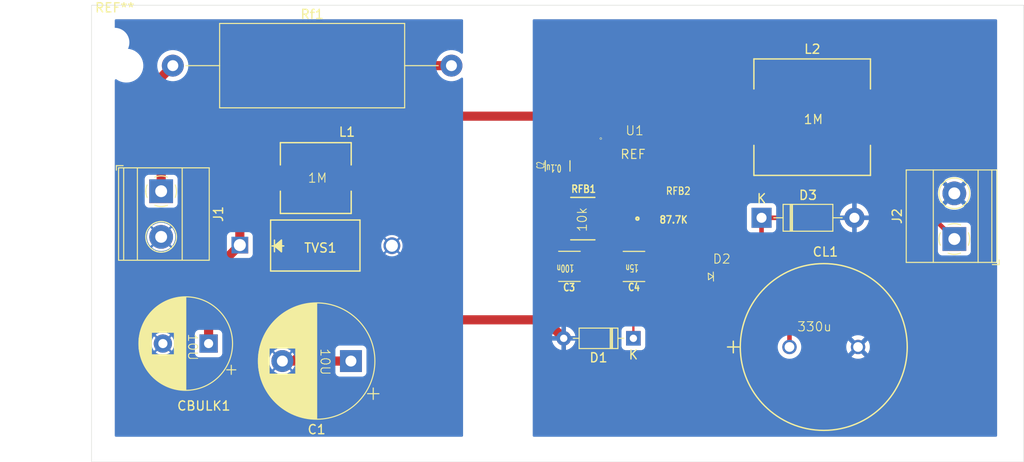
<source format=kicad_pcb>
(kicad_pcb (version 20221018) (generator pcbnew)
  (layers (0 "F.Cu" signal) (31 "B.Cu" signal) (34 "B.Paste" user) (35 "F.Paste" user) (36 "B.SilkS" user "B.Silkscreen") (37 "F.SilkS" user "F.Silkscreen") (38 "B.Mask" user) (39 "F.Mask" user) (44 "Edge.Cuts" user))
  (net 0 "")
  (net 1 "Net-(U1-DRAIN)")
  (net 2 "Net-(U1-VDD)")
  (net 3 "Net-(D1-K)")
  (net 4 "/Feedback pin")
  (net 5 "Net-(D2-K)")
  (net 6 "Net-(TVS1-K)")
  (net 7 "/10V_OUT_P")
  (net 8 "/HV_IN_P")
  (net 10 "/GND")
  (footprint "C2:CAPC3225X88N" (layer "F.Cu") (at 122.1065 51.62 90)
    (fp_text reference "C2" (at 0.07 -1.86 90) (layer "F.SilkS") (effects (font (size 0.8 0.393701) (thickness 0.08))))
    (fp_text value "0.1u")
    (fp_text user "${VALUE}" (at 0.22 0.47 180 unlocked) (layer "F.SilkS") (effects (font (size 0.8 0.5) (thickness 0.1)) (justify left bottom)))
    (pad "1" smd rect (at -1.475 0 90) (size 1.16 2.72) (layers "F.Cu" "F.Paste" "F.Mask") (net 2 "Net-(U1-VDD)"))
    (pad "2" smd rect (at 1.475 0 90) (size 1.16 2.72) (layers "F.Cu" "F.Paste" "F.Mask") (net 3 "Net-(D1-K)"))
  )
  (footprint "Diode_THT:D_DO-35_SOD27_P7.62mm_Horizontal" (layer "F.Cu") (at 130.39 70.5 180)
    (fp_text reference "D1" (at 3.81 -2.12 180) (layer "F.SilkS"))
    (fp_text value "1N4148")
    (fp_text user "K" (at 0 -1.8 180) (layer "F.SilkS"))
    (pad "1" thru_hole rect (at 0 0 180) (size 1.6 1.6) (drill 0.8) (layers "*.Cu" "*.Mask") (net 3 "Net-(D1-K)"))
    (pad "2" thru_hole oval (at 7.62 0 180) (size 1.6 1.6) (drill 0.8) (layers "*.Cu" "*.Mask") (net 10 "/GND"))
  )
  (footprint "TerminalBlock_Phoenix:TerminalBlock_Phoenix_MKDS-1,5-2_1x02_P5.00mm_Horizontal" (layer "F.Cu") (at 78.735 54.39 -90)
    (fp_text reference "J1" (at 2.5 -6.26 -90) (layer "F.SilkS"))
    (fp_text value "Screw_Terminal_01x02")
    (pad "1" thru_hole rect (at 0 0 270) (size 2.6 2.6) (drill 1.3) (layers "*.Cu" "*.Mask") (net 8 "/HV_IN_P"))
    (pad "2" thru_hole circle (at 5 0 270) (size 2.6 2.6) (drill 1.3) (layers "*.Cu" "*.Mask") (net 10 "/GND"))
  )
  (footprint "UCC2881:TI_SOIC-8_D_UCC28881_1.27mm" (layer "F.Cu") (at 130.354 50.931499)
    (fp_text reference "U1" (at 0.175 -3.175 unlocked) (layer "F.SilkS") (effects (font (thickness 0.1))))
    (fp_text value "UCC28881")
    (fp_text user "REF" (at 0 0 unlocked) (layer "F.SilkS") (effects (font (thickness 0.12)) (justify bottom)))
    (pad "1" smd roundrect (at -2.64 -1.87) (size 1.55 0.6) (layers "F.Cu" "F.Paste" "F.Mask") (net 3 "Net-(D1-K)"))
    (pad "2" smd roundrect (at -2.64 -0.6) (size 1.55 0.6) (layers "F.Cu" "F.Paste" "F.Mask") (net 3 "Net-(D1-K)"))
    (pad "3" smd roundrect (at -2.64 0.67) (size 1.55 0.6) (layers "F.Cu" "F.Paste" "F.Mask") (net 4 "/Feedback pin"))
    (pad "4" smd roundrect (at -2.64 1.94) (size 1.55 0.6) (layers "F.Cu" "F.Paste" "F.Mask") (net 2 "Net-(U1-VDD)"))
    (pad "5" smd roundrect (at 2.76 1.94) (size 1.55 0.6) (layers "F.Cu" "F.Paste" "F.Mask") (net 1 "Net-(U1-DRAIN)"))
    (pad "6" smd roundrect (at 2.76 0.67) (size 1.55 0.6) (layers "F.Cu" "F.Paste" "F.Mask"))
    (pad "7" smd roundrect (at 2.76 -0.6) (size 1.55 0.6) (layers "F.Cu" "F.Paste" "F.Mask"))
    (pad "8" smd roundrect (at 2.76 -1.87) (size 1.55 0.6) (layers "F.Cu" "F.Paste" "F.Mask") (net 1 "Net-(U1-DRAIN)"))
  )
  (footprint "C4:CAP_ECHU1H104GX9" (layer "F.Cu") (at 130.4565 62.63 180)
    (fp_text reference "C4" (at 0 -2.285 180) (layer "F.SilkS") (effects (font (size 0.8 0.64))))
    (fp_text value "15n")
    (fp_text user "${VALUE}" (at -0.55 0.29 180 unlocked) (layer "F.SilkS") (effects (font (size 0.8 0.5) (thickness 0.1)) (justify left bottom)))
    (pad "1" smd rect (at -2.15 0 180) (size 1.3 3) (layers "F.Cu" "F.Paste" "F.Mask") (net 5 "Net-(D2-K)"))
    (pad "2" smd rect (at 2.15 0 180) (size 1.3 3) (layers "F.Cu" "F.Paste" "F.Mask") (net 3 "Net-(D1-K)"))
  )
  (footprint "Diode_THT:D_DO-41_SOD81_P10.16mm_Horizontal" (layer "F.Cu") (at 144.41 57.3)
    (fp_text reference "D3" (at 5.08 -2.47) (layer "F.SilkS"))
    (fp_text value "1N5819")
    (fp_text user "K" (at 0 -2.1) (layer "F.SilkS"))
    (pad "1" thru_hole rect (at 0 0) (size 2.2 2.2) (drill 1.1) (layers "*.Cu" "*.Mask") (net 7 "/10V_OUT_P"))
    (pad "2" thru_hole oval (at 10.16 0) (size 2.2 2.2) (drill 1.1) (layers "*.Cu" "*.Mask") (net 10 "/GND"))
  )
  (footprint "Capacitor_THT:CP_Radial_D10.0mm_P5.00mm" (layer "F.Cu") (at 83.925 71.075 180)
    (fp_text reference "CBULK1" (at 0.525 -6.825 180) (layer "F.SilkS"))
    (fp_text value "10U")
    (fp_text user "${VALUE}" (at 2.32 1.16 270 unlocked) (layer "F.SilkS") (effects (font (thickness 0.1)) (justify left bottom)))
    (pad "1" thru_hole rect (at 0 0 180) (size 2 2) (drill 1) (layers "*.Cu" "*.Mask") (net 6 "Net-(TVS1-K)"))
    (pad "2" thru_hole circle (at 5 0 180) (size 2 2) (drill 1) (layers "*.Cu" "*.Mask") (net 10 "/GND"))
  )
  (footprint "10k resistor:10k  RES_3540_TEC-M" (layer "F.Cu") (at 124.86 57.39)
    (fp_text reference "RFB1" (at 0.085 -3.235 unlocked) (layer "F.SilkS") (effects (font (size 0.8 0.7))))
    (fp_text value "10k")
    (fp_text user "${VALUE}" (at 0.515 1.53 90 unlocked) (layer "F.SilkS") (effects (font (thickness 0.1)) (justify left bottom)))
    (pad "1" smd rect (at -2.794 0) (size 2.3114 4.445) (layers "F.Cu" "F.Paste" "F.Mask") (net 3 "Net-(D1-K)"))
    (pad "2" smd rect (at 2.794 0) (size 2.3114 4.445) (layers "F.Cu" "F.Paste" "F.Mask") (net 4 "/Feedback pin"))
  )
  (footprint "TVS1:1.5KESeries_LTF" (layer "F.Cu") (at 86.5661 60.34)
    (fp_text reference "TVS1" (at 9.59 0.26 unlocked) (layer "F.SilkS"))
    (fp_text value "D_Zener")
    (pad "1" thru_hole rect (at 0.775 -0.05) (size 1.8288 1.8288) (drill 1.3208) (layers "*.Cu" "*.Mask") (net 6 "Net-(TVS1-K)"))
    (pad "2" thru_hole circle (at 17.41 0.02) (size 1.8288 1.8288) (drill 1.3208) (layers "*.Cu" "*.Mask") (net 10 "/GND"))
  )
  (footprint "L1 1MH:IND_EPCOS_B82472G6_EPC" (layer "F.Cu") (at 95.65 52.95)
    (fp_text reference "L1" (at 3.41 -5.04 unlocked) (layer "F.SilkS"))
    (fp_text value "1M")
    (fp_text user "${VALUE}" (at -0.93 0.58 unlocked) (layer "F.SilkS") (effects (font (thickness 0.1)) (justify left bottom)))
    (pad "1" smd rect (at -3.2004 0) (size 1.4986 2.2098) (layers "F.Cu" "F.Paste" "F.Mask") (net 6 "Net-(TVS1-K)"))
    (pad "2" smd rect (at 3.2004 0) (size 1.4986 2.2098) (layers "F.Cu" "F.Paste" "F.Mask") (net 1 "Net-(U1-DRAIN)"))
  )
  (footprint "CL1:CAP_UAQ_18X20_NCH" (layer "F.Cu") (at 147.46675 71.45)
    (fp_text reference "CL1" (at 3.93 -10.415 unlocked) (layer "F.SilkS"))
    (fp_text value "330u")
    (fp_text user "${VALUE}" (at 0.785 -1.64 unlocked) (layer "F.SilkS") (effects (font (thickness 0.1)) (justify left bottom)))
    (pad "1" thru_hole circle (at 0 0) (size 1.5748 1.5748) (drill 1.0668) (layers "*.Cu" "*.Mask") (net 7 "/10V_OUT_P"))
    (pad "2" thru_hole circle (at 7.5 0) (size 1.5748 1.5748) (drill 1.0668) (layers "*.Cu" "*.Mask") (net 10 "/GND"))
  )
  (footprint "D2:D2" (layer "F.Cu") (at 138.43 63.5)
    (fp_text reference "D2" (at 1.625 -1.69 unlocked) (layer "F.SilkS") (effects (font (thickness 0.1))))
    (fp_text value "SS1P3L")
    (pad "1" smd roundrect (at -1.275 0.125) (size 1.25 1.75) (layers "F.Cu" "F.Paste" "F.Mask") (roundrect_rratio 0.2) (net 5 "Net-(D2-K)"))
    (pad "2" smd roundrect (at 1.525 0.125) (size 1.25 1.75) (layers "F.Cu" "F.Paste" "F.Mask") (roundrect_rratio 0.2) (net 7 "/10V_OUT_P"))
  )
  (footprint "MountingHole:MountingHole_3.2mm_M3_DIN965" (layer "F.Cu") (at 73.66 38.1)
    (fp_text reference "REF**" (at 0 -3.8) (layer "F.SilkS"))
    (fp_text value "MountingHole_3.2mm_M3_DIN965")
    (pad "" np_thru_hole circle (at 0 0) (size 3.2 3.2) (drill 3.2) (layers "*.Cu" "*.Mask"))
  )
  (footprint "88.7k resistor:ERJS1T_U1T__2512_" (layer "F.Cu") (at 135.5065 57.39)
    (fp_text reference "RFB2" (at -0.205 -3.02) (layer "F.SilkS") (effects (font (size 0.8 0.7) (thickness 0.125))))
    (fp_text value "87.7K" hide)
    (fp_text user "${VALUE}" (at -2.33 0.595 unlocked) (layer "F.SilkS") (effects (font (size 0.8 0.7)) (justify left bottom)))
    (pad "1" smd rect (at -3.325 0) (size 1.45 2.9) (layers "F.Cu" "F.Paste" "F.Mask") (net 4 "/Feedback pin"))
    (pad "2" smd rect (at 3.325 0) (size 1.45 2.9) (layers "F.Cu" "F.Paste" "F.Mask") (net 5 "Net-(D2-K)"))
  )
  (footprint "Resistor_THT:R_Axial_DIN0922_L20.0mm_D9.0mm_P30.48mm_Horizontal" (layer "F.Cu") (at 80.01 40.64)
    (fp_text reference "Rf1" (at 15.24 -5.62) (layer "F.SilkS"))
    (fp_text value "10")
    (pad "1" thru_hole circle (at 0 0) (size 2.4 2.4) (drill 1.2) (layers "*.Cu" "*.Mask") (net 8 "/HV_IN_P"))
    (pad "2" thru_hole oval (at 30.48 0) (size 2.4 2.4) (drill 1.2) (layers "*.Cu" "*.Mask") (net 6 "Net-(TVS1-K)"))
  )
  (footprint "L2 1MH:DR127" (layer "F.Cu") (at 149.95 46.28)
    (fp_text reference "L2" (at 0.015 -7.45 unlocked) (layer "F.SilkS"))
    (fp_text value "1M")
    (fp_text user "${VALUE}" (at -1 0.83 unlocked) (layer "F.SilkS") (effects (font (thickness 0.125)) (justify left bottom)))
    (pad "1" smd rect (at -4.9784 0) (size 3.8608 5.5118) (layers "F.Cu" "F.Paste" "F.Mask") (net 3 "Net-(D1-K)"))
    (pad "2" smd rect (at 4.9784 0) (size 3.8608 5.5118) (layers "F.Cu" "F.Paste" "F.Mask") (net 7 "/10V_OUT_P"))
  )
  (footprint "TerminalBlock_Phoenix:TerminalBlock_Phoenix_MKDS-1,5-2_1x02_P5.00mm_Horizontal" (layer "F.Cu") (at 165.5 59.625 90)
    (fp_text reference "J2" (at 2.5 -6.26 90) (layer "F.SilkS"))
    (fp_text value "Screw_Terminal_01x02")
    (pad "1" thru_hole rect (at 0 0 90) (size 2.6 2.6) (drill 1.3) (layers "*.Cu" "*.Mask") (net 7 "/10V_OUT_P"))
    (pad "2" thru_hole circle (at 5 0 90) (size 2.6 2.6) (drill 1.3) (layers "*.Cu" "*.Mask") (net 10 "/GND"))
  )
  (footprint "Capacitor_THT:CP_Radial_D12.5mm_P7.50mm" (layer "F.Cu") (at 99.493959 72.99 180)
    (fp_text reference "C1" (at 3.75 -7.5 180) (layer "F.SilkS"))
    (fp_text value "10U")
    (fp_text user "${VALUE}" (at 3.4 1.46 270 unlocked) (layer "F.SilkS") (effects (font (thickness 0.1)) (justify left bottom)))
    (pad "1" thru_hole rect (at 0 0 180) (size 2.4 2.4) (drill 1.2) (layers "*.Cu" "*.Mask") (net 1 "Net-(U1-DRAIN)"))
    (pad "2" thru_hole circle (at 7.5 0 180) (size 2.4 2.4) (drill 1.2) (layers "*.Cu" "*.Mask") (net 10 "/GND"))
  )
  (footprint "C3:CAP_ECHU1H104GX9" (layer "F.Cu") (at 123.3965 62.62 180)
    (fp_text reference "C3" (at 0.035 -2.31 180) (layer "F.SilkS") (effects (font (size 0.8 0.64))))
    (fp_text value "100n")
    (fp_text user "${VALUE}" (at -0.55 0.255 180 unlocked) (layer "F.SilkS") (effects (font (size 0.8 0.5) (thickness 0.1)) (justify left bottom)))
    (pad "1" smd rect (at -2.15 0 180) (size 1.3 3) (layers "F.Cu" "F.Paste" "F.Mask") (net 4 "/Feedback pin"))
    (pad "2" smd rect (at 2.15 0 180) (size 1.3 3) (layers "F.Cu" "F.Paste" "F.Mask") (net 3 "Net-(D1-K)"))
  )
  (gr_rect (start 71.12 34.02) (end 173.1 84.02) (stroke (width 0.05)) (fill none) (layer "Edge.Cuts"))
  (segment (start 134.675 49.8475) (end 134.675 52.085498) (width 1) (layer "F.Cu") (net 1))
  (segment (start 88.425 67.45) (end 98.9604 56.9146) (width 1) (layer "F.Cu") (net 1))
  (segment (start 133.114 49.061499) (end 130.227501 46.175) (width 1) (layer "F.Cu") (net 1))
  (segment (start 98.9604 56.9146) (end 98.9604 52.33) (width 1) (layer "F.Cu") (net 1))
  (segment (start 98.9604 52.33) (end 105.1154 46.175) (width 1) (layer "F.Cu") (net 1))
  (segment (start 133.114 49.061499) (end 133.888999 49.061499) (width 1) (layer "F.Cu") (net 1))
  (segment (start 130.227501 46.175) (end 105.1154 46.175) (width 1) (layer "F.Cu") (net 1))
  (segment (start 133.888999 49.061499) (end 134.675 49.8475) (width 1) (layer "F.Cu") (net 1))
  (segment (start 99.493959 72.99) (end 97.285 72.99) (width 1) (layer "F.Cu") (net 1))
  (segment (start 92 78.275) (end 90.425 78.275) (width 1) (layer "F.Cu") (net 1))
  (segment (start 97.285 72.99) (end 92 78.275) (width 1) (layer "F.Cu") (net 1))
  (segment (start 134.675 52.085498) (end 133.888999 52.871499) (width 1) (layer "F.Cu") (net 1))
  (segment (start 88.425 76.275) (end 88.425 67.45) (width 1) (layer "F.Cu") (net 1))
  (segment (start 90.425 78.275) (end 88.425 76.275) (width 1) (layer "F.Cu") (net 1))
  (segment (start 133.888999 52.871499) (end 133.114 52.871499) (width 1) (layer "F.Cu") (net 1))
  (segment (start 122.330001 52.871499) (end 122.1065 53.095) (width 0.25) (layer "F.Cu") (net 2))
  (segment (start 127.714 52.871499) (end 122.330001 52.871499) (width 0.5) (layer "F.Cu") (net 2))
  (segment (start 127.417 53.168499) (end 127.714 52.871499) (width 0.25) (layer "F.Cu") (net 2))
  (segment (start 137.3 54.225) (end 144.9716 46.28) (width 0.5) (layer "F.Cu") (net 3))
  (segment (start 130.39 70.5) (end 130.39 64.7135) (width 0.25) (layer "F.Cu") (net 3))
  (segment (start 127.714 49.361498) (end 132 54.325) (width 0.5) (layer "F.Cu") (net 3))
  (segment (start 121.2465 58.2095) (end 122.066 57.39) (width 0.25) (layer "F.Cu") (net 3))
  (segment (start 127.714 49.061499) (end 127.714 49.361498) (width 0.25) (layer "F.Cu") (net 3))
  (segment (start 120.4215 51.83) (end 122.1065 50.145) (width 0.25) (layer "F.Cu") (net 3))
  (segment (start 130.39 64.7135) (end 128.3065 62.63) (width 0.25) (layer "F.Cu") (net 3))
  (segment (start 123.930501 50.145) (end 124.004 50.218499) (width 0.25) (layer "F.Cu") (net 3))
  (segment (start 122.1065 50.145) (end 123.930501 50.145) (width 0.5) (layer "F.Cu") (net 3))
  (segment (start 121.2465 62.62) (end 123.0715 64.445) (width 0.25) (layer "F.Cu") (net 3))
  (segment (start 132 54.325) (end 137.3 54.225) (width 0.5) (layer "F.Cu") (net 3))
  (segment (start 127.714 50.331499) (end 127.714 49.061499) (width 0.25) (layer "F.Cu") (net 3))
  (segment (start 125.161 49.061499) (end 124.004 50.218499) (width 0.5) (layer "F.Cu") (net 3))
  (segment (start 123.0715 64.445) (end 126.4915 64.445) (width 0.25) (layer "F.Cu") (net 3))
  (segment (start 122.066 57.39) (end 120.4215 55.7455) (width 0.25) (layer "F.Cu") (net 3))
  (segment (start 121.2465 62.62) (end 121.2465 58.2095) (width 0.25) (layer "F.Cu") (net 3))
  (segment (start 126.4915 64.445) (end 128.3065 62.63) (width 0.25) (layer "F.Cu") (net 3))
  (segment (start 127.714 49.061499) (end 125.161 49.061499) (width 0.5) (layer "F.Cu") (net 3))
  (segment (start 120.4215 55.7455) (end 120.4215 51.83) (width 0.25) (layer "F.Cu") (net 3))
  (segment (start 127.654 60.5125) (end 127.654 57.39) (width 0.25) (layer "F.Cu") (net 4))
  (segment (start 125.5465 62.62) (end 127.654 60.5125) (width 0.25) (layer "F.Cu") (net 4))
  (segment (start 127.654 57.39) (end 128.814 56.23) (width 0.25) (layer "F.Cu") (net 4))
  (segment (start 128.488999 51.601499) (end 127.714 51.601499) (width 0.25) (layer "F.Cu") (net 4))
  (segment (start 128.814 56.23) (end 128.814 51.9265) (width 0.25) (layer "F.Cu") (net 4))
  (segment (start 128.814 51.9265) (end 128.488999 51.601499) (width 0.25) (layer "F.Cu") (net 4))
  (segment (start 127.654 57.39) (end 132.1815 57.39) (width 0.25) (layer "F.Cu") (net 4))
  (segment (start 132.98 62.63) (end 133.025 62.675) (width 0.25) (layer "F.Cu") (net 5))
  (segment (start 132.6465 62.67) (end 132.6065 62.63) (width 0.25) (layer "F.Cu") (net 5))
  (segment (start 138.8315 57.39) (end 136.3165 59.905) (width 0.5) (layer "F.Cu") (net 5))
  (segment (start 132.6065 62.63) (end 132.98 62.63) (width 0.25) (layer "F.Cu") (net 5))
  (segment (start 137.155 63.625) (end 137.155 60.7435) (width 0.5) (layer "F.Cu") (net 5))
  (segment (start 139.715 58.2735) (end 138.8315 57.39) (width 0.5) (layer "F.Cu") (net 5))
  (segment (start 135.3315 59.905) (end 132.6065 62.63) (width 0.5) (layer "F.Cu") (net 5))
  (segment (start 137.155 60.7435) (end 136.3165 59.905) (width 0.5) (layer "F.Cu") (net 5))
  (segment (start 136.3165 59.905) (end 135.3315 59.905) (width 0.5) (layer "F.Cu") (net 5))
  (segment (start 83.925 63.7061) (end 83.925 71.075) (width 1) (layer "F.Cu") (net 6))
  (segment (start 87.3411 60.29) (end 87.3411 57.5485) (width 1) (layer "F.Cu") (net 6))
  (segment (start 92.4496 48.5204) (end 100.33 40.64) (width 1) (layer "F.Cu") (net 6))
  (segment (start 100.33 40.64) (end 110.49 40.64) (width 1) (layer "F.Cu") (net 6))
  (segment (start 92.4496 52.95) (end 92.4496 48.5204) (width 1) (layer "F.Cu") (net 6))
  (segment (start 87.3411 60.29) (end 83.925 63.7061) (width 1) (layer "F.Cu") (net 6))
  (segment (start 87.3411 57.5485) (end 92.5596 52.33) (width 1) (layer "F.Cu") (net 6))
  (segment (start 154.9284 49.0534) (end 154.9284 46.28) (width 0.5) (layer "F.Cu") (net 7))
  (segment (start 154.9284 50.849954) (end 154.9284 46.28) (width 0.5) (layer "F.Cu") (net 7))
  (segment (start 143.175 60.55) (end 144.41 59.315) (width 0.5) (layer "F.Cu") (net 7))
  (segment (start 143.175 64.9) (end 143.2775 65.0025) (width 0.5) (layer "F.Cu") (net 7))
  (segment (start 147.46675 69.19175) (end 147.46675 71.45) (width 0.5) (layer "F.Cu") (net 7))
  (segment (start 141.9 63.625) (end 143.2775 65.0025) (width 0.5) (layer "F.Cu") (net 7))
  (segment (start 144.41 59.315) (end 144.41 57.3) (width 0.5) (layer "F.Cu") (net 7))
  (segment (start 143.2775 65.0025) (end 147.46675 69.19175) (width 0.5) (layer "F.Cu") (net 7))
  (segment (start 139.955 63.625) (end 141.9 63.625) (width 0.5) (layer "F.Cu") (net 7))
  (segment (start 143.175 60.55) (end 143.175 64.9) (width 0.5) (layer "F.Cu") (net 7))
  (segment (start 165.5 59.625) (end 154.9284 49.0534) (width 0.5) (layer "F.Cu") (net 7))
  (segment (start 144.41 57.3) (end 148.478354 57.3) (width 0.5) (layer "F.Cu") (net 7))
  (segment (start 148.478354 57.3) (end 154.9284 50.849954) (width 0.5) (layer "F.Cu") (net 7))
  (segment (start 78.735 54.39) (end 78.735 41.915) (width 1) (layer "F.Cu") (net 8))
  (segment (start 78.735 41.915) (end 80.01 40.64) (width 1) (layer "F.Cu") (net 8))
  (segment (start 122.77 70.5) (end 120.745 68.475) (width 1) (layer "F.Cu") (net 10))
  (segment (start 102.975 68.475) (end 102.8 68.3) (width 1) (layer "F.Cu") (net 10))
  (segment (start 93.285 72.99) (end 91.993959 72.99) (width 1) (layer "F.Cu") (net 10))
  (segment (start 97.975 68.3) (end 93.285 72.99) (width 1) (layer "F.Cu") (net 10))
  (segment (start 120.745 68.475) (end 102.975 68.475) (width 1) (layer "F.Cu") (net 10))
  (segment (start 102.8 68.3) (end 97.975 68.3) (width 1) (layer "F.Cu") (net 10))
  (zone (net 10) (net_name "/GND") (layer "B.Cu") (connect_pads (clearance 0.5)) (min_thickness 0.25) (fill yes (thermal_gap 0.5) (thermal_bridge_width 0.5))
    (polygon (pts (xy 119.38 35.56) (xy 119.38 81.28) (xy 170.18 81.28) (xy 170.18 35.56)))
  )
  (zone (net 10) (net_name "/GND") (layer "B.Cu") (priority 1) (connect_pads (clearance 0.5)) (min_thickness 0.25) (fill yes (thermal_gap 0.25) (thermal_bridge_width 0.25))
    (polygon (pts (xy 73.66 35.56) (xy 73.66 81.28) (xy 111.76 81.28) (xy 111.76 35.56)))
  )
)
</source>
